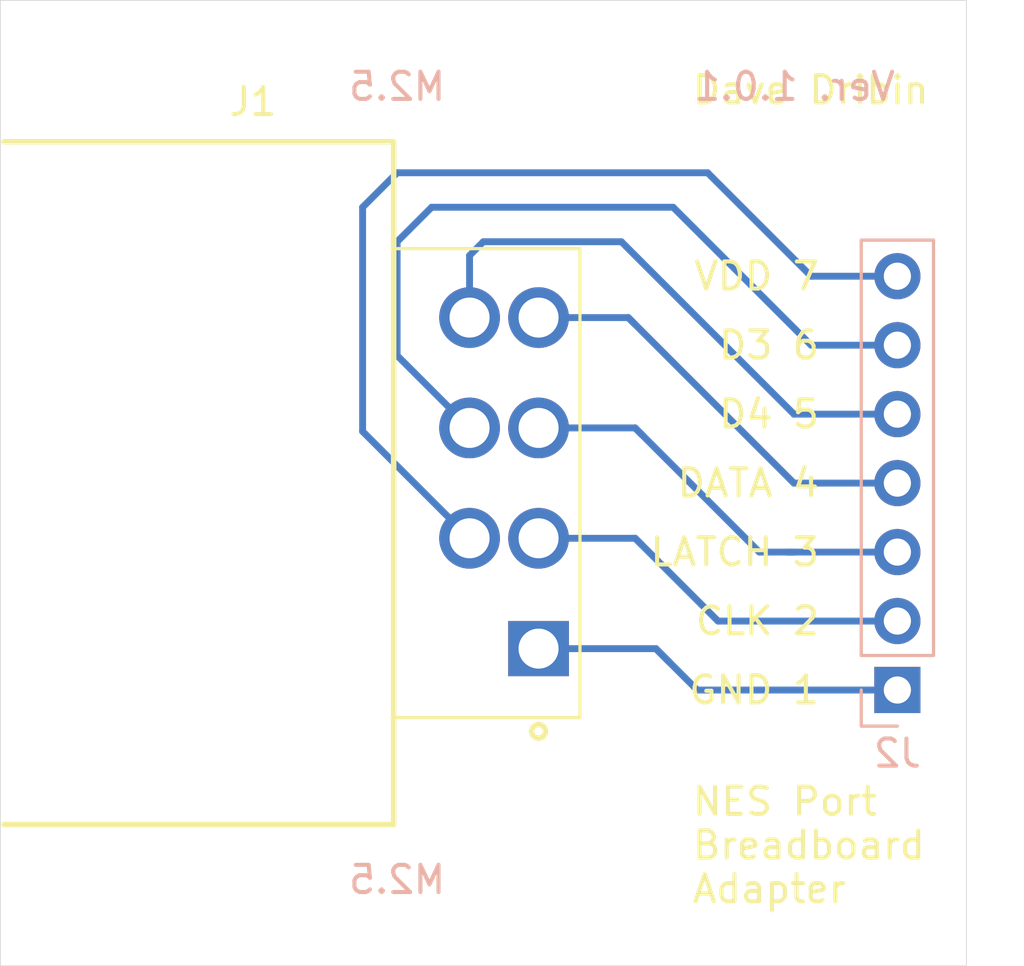
<source format=kicad_pcb>
(kicad_pcb (version 20171130) (host pcbnew "(5.1.10-1-10_14)")

  (general
    (thickness 1.6)
    (drawings 18)
    (tracks 35)
    (zones 0)
    (modules 4)
    (nets 8)
  )

  (page USLetter)
  (title_block
    (title "NES Port Breadboard Adapter")
    (date 2021-07-07)
    (rev 1.0.1)
    (comment 3 "MIT License")
    (comment 4 "Author: Dave Dribin")
  )

  (layers
    (0 F.Cu signal)
    (31 B.Cu signal)
    (32 B.Adhes user)
    (33 F.Adhes user)
    (34 B.Paste user)
    (35 F.Paste user)
    (36 B.SilkS user)
    (37 F.SilkS user)
    (38 B.Mask user)
    (39 F.Mask user)
    (40 Dwgs.User user hide)
    (41 Cmts.User user)
    (42 Eco1.User user)
    (43 Eco2.User user)
    (44 Edge.Cuts user)
    (45 Margin user)
    (46 B.CrtYd user)
    (47 F.CrtYd user)
    (48 B.Fab user)
    (49 F.Fab user)
  )

  (setup
    (last_trace_width 0.254)
    (trace_clearance 0.254)
    (zone_clearance 0.508)
    (zone_45_only no)
    (trace_min 0.1524)
    (via_size 0.6858)
    (via_drill 0.3302)
    (via_min_size 0.508)
    (via_min_drill 0.254)
    (uvia_size 0.6858)
    (uvia_drill 0.3302)
    (uvias_allowed no)
    (uvia_min_size 0.508)
    (uvia_min_drill 0.254)
    (edge_width 0.05)
    (segment_width 0.2)
    (pcb_text_width 0.3)
    (pcb_text_size 1.5 1.5)
    (mod_edge_width 0.12)
    (mod_text_size 1 1)
    (mod_text_width 0.15)
    (pad_size 4.191 4.191)
    (pad_drill 4.191)
    (pad_to_mask_clearance 0.0508)
    (aux_axis_origin 0 0)
    (visible_elements FFFFFF7F)
    (pcbplotparams
      (layerselection 0x010f0_ffffffff)
      (usegerberextensions true)
      (usegerberattributes true)
      (usegerberadvancedattributes true)
      (creategerberjobfile true)
      (excludeedgelayer true)
      (linewidth 0.100000)
      (plotframeref false)
      (viasonmask false)
      (mode 1)
      (useauxorigin false)
      (hpglpennumber 1)
      (hpglpenspeed 20)
      (hpglpendiameter 15.000000)
      (psnegative false)
      (psa4output false)
      (plotreference true)
      (plotvalue false)
      (plotinvisibletext false)
      (padsonsilk false)
      (subtractmaskfromsilk false)
      (outputformat 1)
      (mirror false)
      (drillshape 0)
      (scaleselection 1)
      (outputdirectory "gerbers/"))
  )

  (net 0 "")
  (net 1 /DATA)
  (net 2 /LATCH)
  (net 3 /CLK)
  (net 4 /GND)
  (net 5 /D4)
  (net 6 /D3)
  (net 7 /VDD)

  (net_class Default "This is the default net class."
    (clearance 0.254)
    (trace_width 0.254)
    (via_dia 0.6858)
    (via_drill 0.3302)
    (uvia_dia 0.6858)
    (uvia_drill 0.3302)
    (diff_pair_width 0.2032)
    (diff_pair_gap 0.254)
    (add_net /CLK)
    (add_net /D3)
    (add_net /D4)
    (add_net /DATA)
    (add_net /GND)
    (add_net /LATCH)
    (add_net /VDD)
  )

  (module nes-port-breadboard:NES_Port_Male_Horizontal (layer F.Cu) (tedit 60E36635) (tstamp 60E3DD83)
    (at 147.574 107.95)
    (path /60C605E6)
    (fp_text reference J1 (at -11.2776 -14.0462) (layer F.SilkS)
      (effects (font (size 1 1) (thickness 0.15)))
    )
    (fp_text value NES_Port_Male (at -10.4394 16.764) (layer F.Fab)
      (effects (font (size 1 1) (thickness 0.15)))
    )
    (fp_circle (center -0.762 9.144) (end -0.508 9.144) (layer F.SilkS) (width 0.2032))
    (fp_line (start 0.762 8.636) (end -6.1595 8.636) (layer F.SilkS) (width 0.12))
    (fp_line (start 0.762 -8.636) (end 0.762 8.636) (layer F.SilkS) (width 0.12))
    (fp_line (start -6.1595 -8.636) (end 0.762 -8.636) (layer F.SilkS) (width 0.12))
    (fp_line (start -6.096 12.573) (end -20.447 12.573) (layer F.SilkS) (width 0.2032))
    (fp_line (start -6.096 -12.573) (end -6.096 12.573) (layer F.SilkS) (width 0.2032))
    (fp_line (start 0 -8.001) (end 0 8.001) (layer F.Fab) (width 0.12))
    (fp_line (start -6.223 8.001) (end 0 8.001) (layer F.Fab) (width 0.12))
    (fp_line (start -6.223 -8.001) (end 0 -8.001) (layer F.Fab) (width 0.12))
    (fp_line (start -6.2484 12.446) (end -20.4724 12.446) (layer F.Fab) (width 0.1016))
    (fp_line (start -20.447 -12.573) (end -6.096 -12.573) (layer F.SilkS) (width 0.2032))
    (fp_line (start -20.4724 -12.446) (end -20.4724 12.446) (layer F.Fab) (width 0.1016))
    (fp_line (start -6.2484 -12.446) (end -6.2484 12.446) (layer F.Fab) (width 0.1016))
    (fp_line (start -17.4752 -12.446) (end -17.4752 -14.859) (layer F.Fab) (width 0.1016))
    (fp_line (start -17.4752 -14.859) (end -15.2146 -14.859) (layer F.Fab) (width 0.1016))
    (fp_line (start -15.2146 -14.859) (end -15.2146 -12.446) (layer F.Fab) (width 0.1016))
    (fp_line (start -15.2146 14.859) (end -15.2146 12.446) (layer F.Fab) (width 0.1016))
    (fp_line (start -17.4752 12.446) (end -17.4752 14.859) (layer F.Fab) (width 0.1016))
    (fp_line (start -17.4752 14.859) (end -15.2146 14.859) (layer F.Fab) (width 0.1016))
    (fp_line (start -20.4724 -12.446) (end -6.2484 -12.446) (layer F.Fab) (width 0.1016))
    (pad 4 thru_hole circle (at -0.762 -6.096) (size 2.2352 2.2352) (drill 1.4732) (layers *.Cu *.Mask)
      (net 1 /DATA))
    (pad 3 thru_hole circle (at -0.762 -2.032) (size 2.2352 2.2352) (drill 1.4732) (layers *.Cu *.Mask)
      (net 2 /LATCH))
    (pad 2 thru_hole circle (at -0.762 2.032) (size 2.2352 2.2352) (drill 1.4732) (layers *.Cu *.Mask)
      (net 3 /CLK))
    (pad 1 thru_hole rect (at -0.762 6.096) (size 2.2352 2.032) (drill 1.4732) (layers *.Cu *.Mask)
      (net 4 /GND))
    (pad 5 thru_hole circle (at -3.302 -6.096) (size 2.2352 2.2352) (drill 1.4732) (layers *.Cu *.Mask)
      (net 5 /D4))
    (pad 7 thru_hole circle (at -3.302 2.032) (size 2.2352 2.2352) (drill 1.4732) (layers *.Cu *.Mask)
      (net 7 /VDD))
    (pad 6 thru_hole circle (at -3.302 -2.032) (size 2.2352 2.2352) (drill 1.4732) (layers *.Cu *.Mask)
      (net 6 /D3))
    (pad "" np_thru_hole circle (at -13.0302 -9.906) (size 4.1656 4.1656) (drill 4.1656) (layers *.Cu *.Mask))
    (pad "" np_thru_hole circle (at -13.0302 9.906) (size 4.1656 4.1656) (drill 4.1656) (layers *.Cu *.Mask))
  )

  (module Connector_PinHeader_2.54mm:PinHeader_1x07_P2.54mm_Vertical (layer B.Cu) (tedit 59FED5CC) (tstamp 60E14B1F)
    (at 160.02 115.57)
    (descr "Through hole straight pin header, 1x07, 2.54mm pitch, single row")
    (tags "Through hole pin header THT 1x07 2.54mm single row")
    (path /60C61DBB)
    (fp_text reference J2 (at 0 2.33) (layer B.SilkS)
      (effects (font (size 1 1) (thickness 0.15)) (justify mirror))
    )
    (fp_text value Conn_01x07 (at 0 -17.57) (layer B.Fab)
      (effects (font (size 1 1) (thickness 0.15)) (justify mirror))
    )
    (fp_line (start -0.635 1.27) (end 1.27 1.27) (layer B.Fab) (width 0.1))
    (fp_line (start 1.27 1.27) (end 1.27 -16.51) (layer B.Fab) (width 0.1))
    (fp_line (start 1.27 -16.51) (end -1.27 -16.51) (layer B.Fab) (width 0.1))
    (fp_line (start -1.27 -16.51) (end -1.27 0.635) (layer B.Fab) (width 0.1))
    (fp_line (start -1.27 0.635) (end -0.635 1.27) (layer B.Fab) (width 0.1))
    (fp_line (start -1.33 -16.57) (end 1.33 -16.57) (layer B.SilkS) (width 0.12))
    (fp_line (start -1.33 -1.27) (end -1.33 -16.57) (layer B.SilkS) (width 0.12))
    (fp_line (start 1.33 -1.27) (end 1.33 -16.57) (layer B.SilkS) (width 0.12))
    (fp_line (start -1.33 -1.27) (end 1.33 -1.27) (layer B.SilkS) (width 0.12))
    (fp_line (start -1.33 0) (end -1.33 1.33) (layer B.SilkS) (width 0.12))
    (fp_line (start -1.33 1.33) (end 0 1.33) (layer B.SilkS) (width 0.12))
    (fp_line (start -1.8 1.8) (end -1.8 -17.05) (layer B.CrtYd) (width 0.05))
    (fp_line (start -1.8 -17.05) (end 1.8 -17.05) (layer B.CrtYd) (width 0.05))
    (fp_line (start 1.8 -17.05) (end 1.8 1.8) (layer B.CrtYd) (width 0.05))
    (fp_line (start 1.8 1.8) (end -1.8 1.8) (layer B.CrtYd) (width 0.05))
    (fp_text user %R (at 0 -7.62 270) (layer B.Fab)
      (effects (font (size 1 1) (thickness 0.15)) (justify mirror))
    )
    (pad 7 thru_hole oval (at 0 -15.24) (size 1.7 1.7) (drill 1) (layers *.Cu *.Mask)
      (net 7 /VDD))
    (pad 6 thru_hole oval (at 0 -12.7) (size 1.7 1.7) (drill 1) (layers *.Cu *.Mask)
      (net 6 /D3))
    (pad 5 thru_hole oval (at 0 -10.16) (size 1.7 1.7) (drill 1) (layers *.Cu *.Mask)
      (net 5 /D4))
    (pad 4 thru_hole oval (at 0 -7.62) (size 1.7 1.7) (drill 1) (layers *.Cu *.Mask)
      (net 1 /DATA))
    (pad 3 thru_hole oval (at 0 -5.08) (size 1.7 1.7) (drill 1) (layers *.Cu *.Mask)
      (net 2 /LATCH))
    (pad 2 thru_hole oval (at 0 -2.54) (size 1.7 1.7) (drill 1) (layers *.Cu *.Mask)
      (net 3 /CLK))
    (pad 1 thru_hole rect (at 0 0) (size 1.7 1.7) (drill 1) (layers *.Cu *.Mask)
      (net 4 /GND))
    (model ${KISYS3DMOD}/Connector_PinHeader_2.54mm.3dshapes/PinHeader_1x07_P2.54mm_Vertical.wrl
      (at (xyz 0 0 0))
      (scale (xyz 1 1 1))
      (rotate (xyz 0 0 0))
    )
  )

  (module MountingHole:MountingHole_2.7mm_M2.5 (layer F.Cu) (tedit 56D1B4CB) (tstamp 60E14A2B)
    (at 146.05 122.555)
    (descr "Mounting Hole 2.7mm, no annular, M2.5")
    (tags "mounting hole 2.7mm no annular m2.5")
    (path /60E14FCE)
    (attr virtual)
    (fp_text reference H2 (at 0 -3.7) (layer F.SilkS) hide
      (effects (font (size 1 1) (thickness 0.15)))
    )
    (fp_text value MountingHole (at 0 3.7) (layer F.Fab) hide
      (effects (font (size 1 1) (thickness 0.15)))
    )
    (fp_circle (center 0 0) (end 2.7 0) (layer Cmts.User) (width 0.15))
    (fp_circle (center 0 0) (end 2.95 0) (layer F.CrtYd) (width 0.05))
    (fp_text user %R (at 0.3 0) (layer F.Fab) hide
      (effects (font (size 1 1) (thickness 0.15)))
    )
    (pad 1 np_thru_hole circle (at 0 0) (size 2.7 2.7) (drill 2.7) (layers *.Cu *.Mask))
  )

  (module MountingHole:MountingHole_2.7mm_M2.5 (layer F.Cu) (tedit 56D1B4CB) (tstamp 60E14E5B)
    (at 146.05 93.345)
    (descr "Mounting Hole 2.7mm, no annular, M2.5")
    (tags "mounting hole 2.7mm no annular m2.5")
    (path /60E147EE)
    (attr virtual)
    (fp_text reference H1 (at 0 -3.7) (layer F.SilkS) hide
      (effects (font (size 1 1) (thickness 0.15)))
    )
    (fp_text value MountingHole (at 0 3.7) (layer F.Fab) hide
      (effects (font (size 1 1) (thickness 0.15)))
    )
    (fp_circle (center 0 0) (end 2.7 0) (layer Cmts.User) (width 0.15))
    (fp_circle (center 0 0) (end 2.95 0) (layer F.CrtYd) (width 0.05))
    (fp_text user %R (at 0.3 0) (layer F.Fab) hide
      (effects (font (size 1 1) (thickness 0.15)))
    )
    (pad 1 np_thru_hole circle (at 0 0) (size 2.7 2.7) (drill 2.7) (layers *.Cu *.Mask))
  )

  (gr_text "Dave Dribin" (at 152.4 93.472) (layer F.SilkS)
    (effects (font (size 1 1) (thickness 0.15)) (justify left))
  )
  (gr_text M2.5 (at 141.605 122.555) (layer B.SilkS) (tstamp 60E143F7)
    (effects (font (size 1 1) (thickness 0.15)) (justify mirror))
  )
  (gr_text M2.5 (at 141.605 93.345) (layer B.SilkS)
    (effects (font (size 1 1) (thickness 0.15)) (justify mirror))
  )
  (dimension 35.56 (width 0.15) (layer Dwgs.User)
    (gr_text "1.4000 in" (at 144.78 130.205) (layer Dwgs.User)
      (effects (font (size 1 1) (thickness 0.15)))
    )
    (feature1 (pts (xy 162.56 126.365) (xy 162.56 129.491421)))
    (feature2 (pts (xy 127 126.365) (xy 127 129.491421)))
    (crossbar (pts (xy 127 128.905) (xy 162.56 128.905)))
    (arrow1a (pts (xy 162.56 128.905) (xy 161.433496 129.491421)))
    (arrow1b (pts (xy 162.56 128.905) (xy 161.433496 128.318579)))
    (arrow2a (pts (xy 127 128.905) (xy 128.126504 129.491421)))
    (arrow2b (pts (xy 127 128.905) (xy 128.126504 128.318579)))
  )
  (dimension 35.56 (width 0.15) (layer Dwgs.User)
    (gr_text "1.4000 in" (at 167.035 107.95 270) (layer Dwgs.User)
      (effects (font (size 1 1) (thickness 0.15)))
    )
    (feature1 (pts (xy 163.195 125.73) (xy 166.321421 125.73)))
    (feature2 (pts (xy 163.195 90.17) (xy 166.321421 90.17)))
    (crossbar (pts (xy 165.735 90.17) (xy 165.735 125.73)))
    (arrow1a (pts (xy 165.735 125.73) (xy 165.148579 124.603496)))
    (arrow1b (pts (xy 165.735 125.73) (xy 166.321421 124.603496)))
    (arrow2a (pts (xy 165.735 90.17) (xy 165.148579 91.296504)))
    (arrow2b (pts (xy 165.735 90.17) (xy 166.321421 91.296504)))
  )
  (gr_text "Ver. 1.0.1" (at 160.02 93.345) (layer B.SilkS)
    (effects (font (size 1 1) (thickness 0.15)) (justify left mirror))
  )
  (gr_text "NES Port\nBreadboard\nAdapter" (at 152.4 121.285) (layer F.SilkS)
    (effects (font (size 1 1) (thickness 0.15)) (justify left))
  )
  (gr_text "VDD 7" (at 157.226 100.33) (layer F.SilkS) (tstamp 60E14B66)
    (effects (font (size 1 1) (thickness 0.15)) (justify right))
  )
  (gr_text "D3 6" (at 157.226 102.87) (layer F.SilkS) (tstamp 60E14B63)
    (effects (font (size 1 1) (thickness 0.15)) (justify right))
  )
  (gr_text "D4 5" (at 157.226 105.41) (layer F.SilkS) (tstamp 60E14B60)
    (effects (font (size 1 1) (thickness 0.15)) (justify right))
  )
  (gr_text "DATA 4" (at 157.226 107.95) (layer F.SilkS) (tstamp 60E14B5D)
    (effects (font (size 1 1) (thickness 0.15)) (justify right))
  )
  (gr_text "LATCH 3" (at 157.226 110.49) (layer F.SilkS) (tstamp 60E14B5A)
    (effects (font (size 1 1) (thickness 0.15)) (justify right))
  )
  (gr_text "CLK 2" (at 157.226 113.03) (layer F.SilkS) (tstamp 60E14B57)
    (effects (font (size 1 1) (thickness 0.15)) (justify right))
  )
  (gr_text "GND 1" (at 157.226 115.57) (layer F.SilkS) (tstamp 60E14B54)
    (effects (font (size 1 1) (thickness 0.15)) (justify right))
  )
  (gr_line (start 127 90.17) (end 162.56 90.17) (layer Edge.Cuts) (width 0.0254) (tstamp 60E14A72))
  (gr_line (start 162.56 125.73) (end 127 125.73) (layer Edge.Cuts) (width 0.0254) (tstamp 60E14A79))
  (gr_line (start 162.56 90.17) (end 162.56 125.73) (layer Edge.Cuts) (width 0.0254) (tstamp 60C54947))
  (gr_line (start 127 90.17) (end 127 125.73) (layer Edge.Cuts) (width 0.0254))

  (segment (start 146.685 101.6) (end 146.558 101.6) (width 0.254) (layer B.Cu) (net 1) (status 30))
  (segment (start 150.114 101.854) (end 146.812 101.854) (width 0.254) (layer B.Cu) (net 1) (status 20))
  (segment (start 150.368 102.108) (end 150.114 101.854) (width 0.254) (layer B.Cu) (net 1))
  (segment (start 160.02 107.95) (end 156.21 107.95) (width 0.254) (layer B.Cu) (net 1) (status 10))
  (segment (start 150.114 101.854) (end 156.21 107.95) (width 0.254) (layer B.Cu) (net 1))
  (segment (start 150.368 105.918) (end 146.812 105.918) (width 0.254) (layer B.Cu) (net 2) (status 20))
  (segment (start 160.02 110.49) (end 155.956 110.49) (width 0.254) (layer B.Cu) (net 2) (tstamp 60E14B75) (status 10))
  (segment (start 150.622 106.172) (end 150.368 105.918) (width 0.254) (layer B.Cu) (net 2))
  (segment (start 156.21 110.49) (end 154.94 110.49) (width 0.254) (layer B.Cu) (net 2))
  (segment (start 154.94 110.49) (end 150.368 105.918) (width 0.254) (layer B.Cu) (net 2))
  (segment (start 150.368 109.982) (end 146.812 109.982) (width 0.254) (layer B.Cu) (net 3) (status 20))
  (segment (start 150.622 110.236) (end 150.368 109.982) (width 0.254) (layer B.Cu) (net 3))
  (segment (start 153.416 113.03) (end 150.368 109.982) (width 0.254) (layer B.Cu) (net 3))
  (segment (start 160.02 113.03) (end 153.416 113.03) (width 0.254) (layer B.Cu) (net 3) (status 10))
  (segment (start 151.13 114.046) (end 146.812 114.046) (width 0.254) (layer B.Cu) (net 4) (status 20))
  (segment (start 151.638 114.554) (end 151.13 114.046) (width 0.254) (layer B.Cu) (net 4))
  (segment (start 152.654 115.57) (end 151.13 114.046) (width 0.254) (layer B.Cu) (net 4))
  (segment (start 160.02 115.57) (end 152.654 115.57) (width 0.254) (layer B.Cu) (net 4) (status 10))
  (segment (start 144.272 99.568) (end 144.78 99.06) (width 0.254) (layer B.Cu) (net 5))
  (segment (start 144.272 101.854) (end 144.272 99.568) (width 0.254) (layer B.Cu) (net 5) (status 10))
  (segment (start 144.78 99.06) (end 149.86 99.06) (width 0.254) (layer B.Cu) (net 5))
  (segment (start 149.86 99.06) (end 156.21 105.41) (width 0.254) (layer B.Cu) (net 5))
  (segment (start 156.21 105.41) (end 160.02 105.41) (width 0.254) (layer B.Cu) (net 5) (status 20))
  (segment (start 156.845 102.87) (end 160.02 102.87) (width 0.254) (layer B.Cu) (net 6) (status 20))
  (segment (start 151.765 97.79) (end 156.845 102.87) (width 0.254) (layer B.Cu) (net 6))
  (segment (start 142.875 97.79) (end 151.765 97.79) (width 0.254) (layer B.Cu) (net 6))
  (segment (start 141.605 99.06) (end 142.875 97.79) (width 0.254) (layer B.Cu) (net 6))
  (segment (start 141.605 103.251) (end 141.605 99.06) (width 0.254) (layer B.Cu) (net 6))
  (segment (start 144.272 105.918) (end 141.605 103.251) (width 0.254) (layer B.Cu) (net 6) (status 10))
  (segment (start 156.845 100.33) (end 160.02 100.33) (width 0.254) (layer B.Cu) (net 7) (status 20))
  (segment (start 140.335 106.045) (end 140.335 97.79) (width 0.254) (layer B.Cu) (net 7))
  (segment (start 153.035 96.52) (end 156.845 100.33) (width 0.254) (layer B.Cu) (net 7))
  (segment (start 141.605 96.52) (end 153.035 96.52) (width 0.254) (layer B.Cu) (net 7))
  (segment (start 140.335 97.79) (end 141.605 96.52) (width 0.254) (layer B.Cu) (net 7))
  (segment (start 144.272 109.982) (end 140.335 106.045) (width 0.254) (layer B.Cu) (net 7) (status 10))

)

</source>
